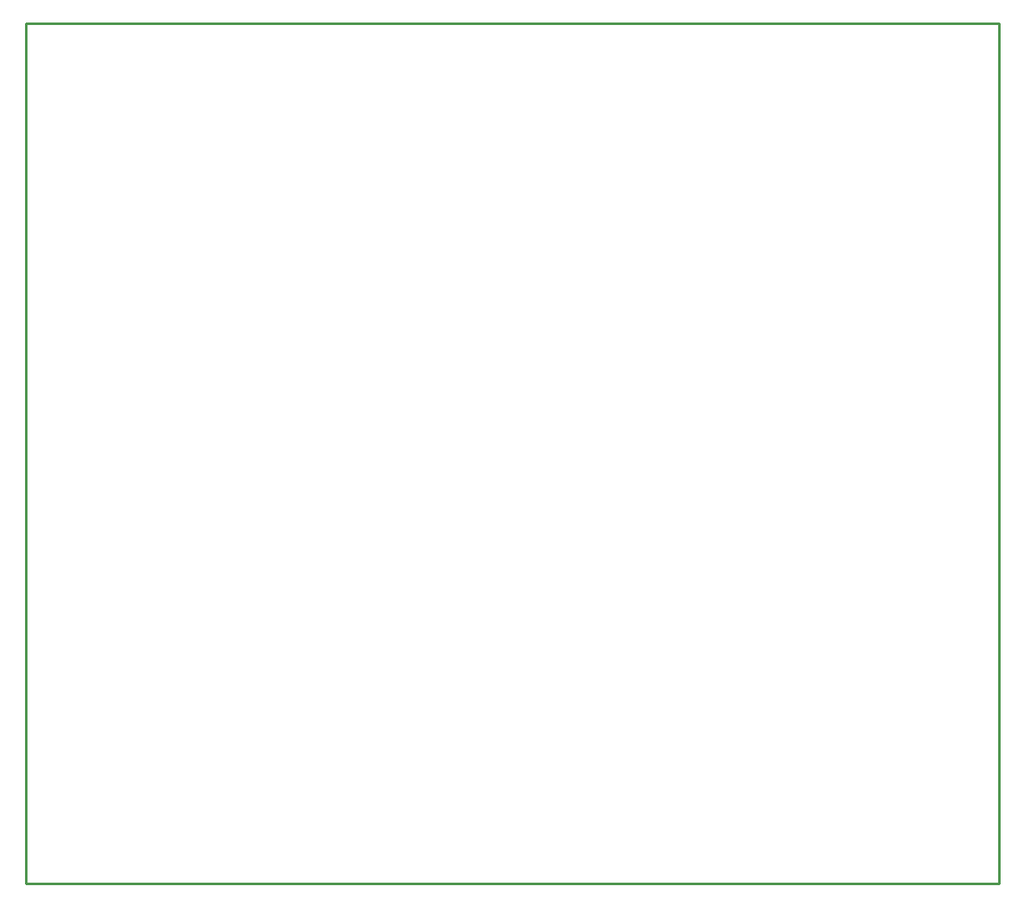
<source format=gko>
G04*
G04 #@! TF.GenerationSoftware,Altium Limited,Altium Designer,20.2.7 (254)*
G04*
G04 Layer_Color=16711935*
%FSLAX24Y24*%
%MOIN*%
G70*
G04*
G04 #@! TF.SameCoordinates,C515DB23-E466-4867-BC0D-23839EB9CC1E*
G04*
G04*
G04 #@! TF.FilePolarity,Positive*
G04*
G01*
G75*
%ADD12C,0.0100*%
D12*
X0Y34400D02*
X38900D01*
Y0D02*
Y34400D01*
X0Y0D02*
X38900D01*
X0D02*
Y34400D01*
M02*

</source>
